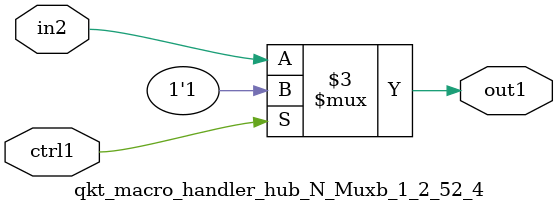
<source format=v>

`timescale 1ps / 1ps


module qkt_macro_handler_hub_N_Muxb_1_2_52_4( in2, ctrl1, out1 );

    input in2;
    input ctrl1;
    output out1;
    reg out1;

    
    // rtl_process:qkt_macro_handler_hub_N_Muxb_1_2_52_4/qkt_macro_handler_hub_N_Muxb_1_2_52_4_thread_1
    always @*
      begin : qkt_macro_handler_hub_N_Muxb_1_2_52_4_thread_1
        case (ctrl1) 
          1'b1: 
            begin
              out1 = 1'b1;
            end
          default: 
            begin
              out1 = in2;
            end
        endcase
      end

endmodule



</source>
